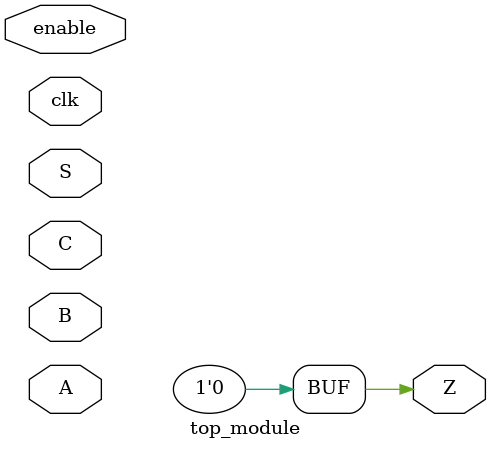
<source format=sv>
module top_module (
    input clk,
    input enable,
    input S,
    input A,
    input B,
    input C,
    output reg Z
);
	reg [7:0] q;
    reg [2:0] address;

	always @(posedge clk)
	begin
		if (enable)
		begin
			q <= {q[6:0], S};
		end
	end

	always @(A, B, C)
	begin
        case ({A, B, C})
            3'b000: address <= 3'b000;
            3'b001: address <= 3'b001;
            3'b010: address <= 3'b010;
            3'b011: address <= 3'b011;
            3'b100: address <= 3'b100;
            3'b101: address <= 3'b101;
            3'b110: address <= 3'b110;
            3'b111: address <= 3'b111;
            default: address <= 3'b000;
        endcase
        
        case (address)
            3'b000: Z <= q[0];
            3'b001: Z <= q[1];
            3'b010: Z <= q[2];
            3'b011: Z <= q[3];
            3'b100: Z <= q[4];
            3'b101: Z <= q[5];
            3'b110: Z <= q[6];
            3'b111: Z <= q[7];
            default: Z <= 0;
        endcase
	end
endmodule

</source>
